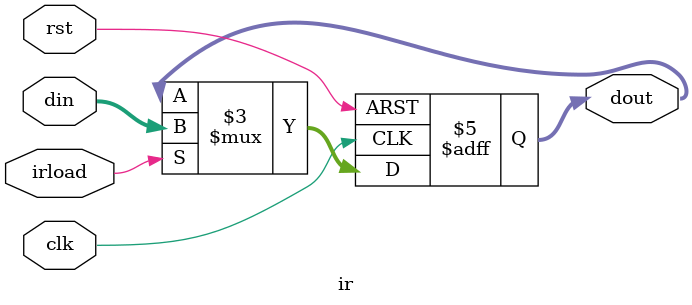
<source format=v>
/*指令寄存器，存储要执行的指令*/

//注意：该寄存器是时钟的下降沿有效
module ir(din,clk,rst,irload,dout);
input clk, rst, irload;
input [7:0]din;
output reg[7:0]dout;

always @(negedge clk or negedge rst )
	if(!rst) 
		dout<=0;
	else if(irload)
	   dout<=din;
endmodule
</source>
